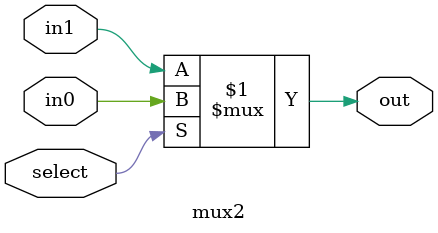
<source format=v>
module circuit(f,a,b,c,d);

input a, b, c, d;
output f;
wire w1, w2, w3;

and a1(w1, a, b);
xor x1(w2, w1, w3);
or o1(w3, c, d);
and a2(f,w2, w3);

endmodule

module reg_ex1(input wire clk); 
reg Q; wire D; 
always @(posedge clk) Q=D; 
endmodule

module assignments; 
     reg R; 
     initial R<=#20 3; 
     initial begin 
         R=5; R=#35 2; 
     end 
     initial begin 
         R<=#100 1; 
         #15 R=4; 
         #220; 
         R=0; 
      end 
     endmodule

module mux2(in0, in1, select, out);

    input in0, in1, select;
    output out;

    assign out = select ? in0 : in1;

    endmodule
</source>
